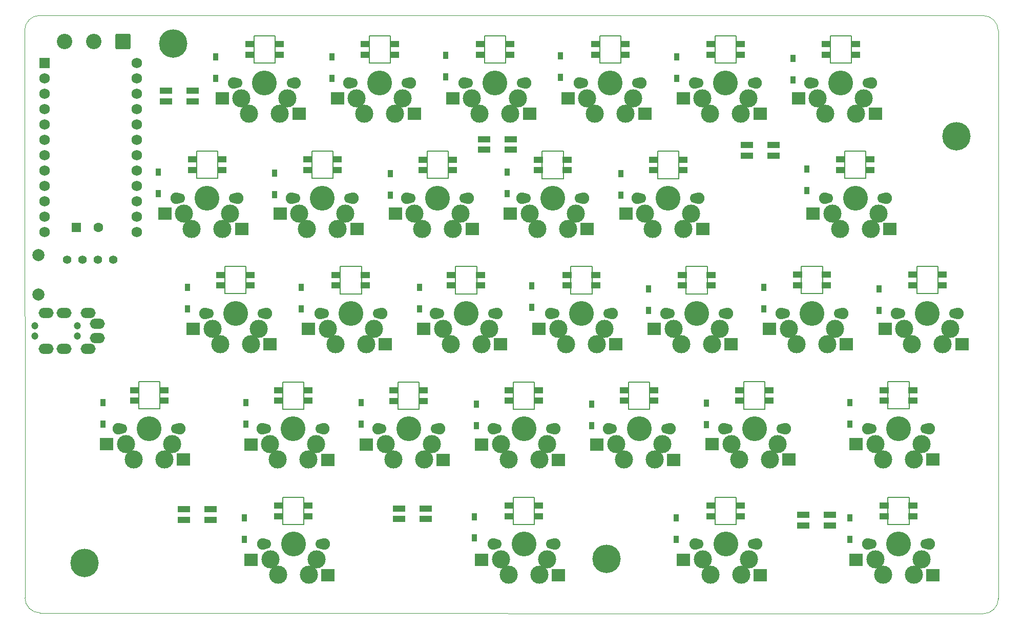
<source format=gts>
G04 #@! TF.GenerationSoftware,KiCad,Pcbnew,(6.0.7)*
G04 #@! TF.CreationDate,2022-08-10T15:40:34+00:00*
G04 #@! TF.ProjectId,zzsplit-right,7a7a7370-6c69-4742-9d72-696768742e6b,rev?*
G04 #@! TF.SameCoordinates,Original*
G04 #@! TF.FileFunction,Soldermask,Top*
G04 #@! TF.FilePolarity,Negative*
%FSLAX46Y46*%
G04 Gerber Fmt 4.6, Leading zero omitted, Abs format (unit mm)*
G04 Created by KiCad (PCBNEW (6.0.7)) date 2022-08-10 15:40:34*
%MOMM*%
%LPD*%
G01*
G04 APERTURE LIST*
G04 Aperture macros list*
%AMRoundRect*
0 Rectangle with rounded corners*
0 $1 Rounding radius*
0 $2 $3 $4 $5 $6 $7 $8 $9 X,Y pos of 4 corners*
0 Add a 4 corners polygon primitive as box body*
4,1,4,$2,$3,$4,$5,$6,$7,$8,$9,$2,$3,0*
0 Add four circle primitives for the rounded corners*
1,1,$1+$1,$2,$3*
1,1,$1+$1,$4,$5*
1,1,$1+$1,$6,$7*
1,1,$1+$1,$8,$9*
0 Add four rect primitives between the rounded corners*
20,1,$1+$1,$2,$3,$4,$5,0*
20,1,$1+$1,$4,$5,$6,$7,0*
20,1,$1+$1,$6,$7,$8,$9,0*
20,1,$1+$1,$8,$9,$2,$3,0*%
G04 Aperture macros list end*
G04 #@! TA.AperFunction,Profile*
%ADD10C,0.150000*%
G04 #@! TD*
G04 #@! TA.AperFunction,Profile*
%ADD11C,0.100000*%
G04 #@! TD*
%ADD12C,3.000000*%
%ADD13C,1.700000*%
%ADD14C,1.900000*%
%ADD15C,4.100000*%
%ADD16R,1.600000X1.000000*%
%ADD17R,2.300000X2.000000*%
%ADD18R,0.950000X1.300000*%
%ADD19R,2.000000X1.000000*%
%ADD20C,4.700000*%
%ADD21RoundRect,0.250000X-0.550000X-0.550000X0.550000X-0.550000X0.550000X0.550000X-0.550000X0.550000X0*%
%ADD22C,1.600000*%
%ADD23C,2.000000*%
%ADD24C,1.200000*%
%ADD25O,2.500000X1.700000*%
%ADD26C,1.397000*%
%ADD27R,1.752600X1.752600*%
%ADD28C,1.752600*%
%ADD29RoundRect,0.249999X1.025001X1.025001X-1.025001X1.025001X-1.025001X-1.025001X1.025001X-1.025001X0*%
%ADD30C,2.550000*%
G04 APERTURE END LIST*
D10*
X130560000Y-126630000D02*
X134060000Y-126630000D01*
X134060000Y-112070000D02*
X130560000Y-112070000D01*
X168670000Y-126640000D02*
X172170000Y-126640000D01*
D11*
X87924000Y-49490000D02*
X87964000Y-143250000D01*
D10*
X129320000Y-50370000D02*
X129320000Y-54870000D01*
X205540000Y-126630000D02*
X205540000Y-131130000D01*
D11*
X246333920Y-145889980D02*
X90464000Y-145750000D01*
D10*
X173460000Y-69460000D02*
X176960000Y-69460000D01*
X119820000Y-73940000D02*
X116320000Y-73940000D01*
X210290000Y-112060000D02*
X206790000Y-112060000D01*
X167410000Y-54890000D02*
X163910000Y-54890000D01*
X172170000Y-112070000D02*
X168670000Y-112070000D01*
X192520000Y-73960000D02*
X192520000Y-69460000D01*
X106750000Y-112050000D02*
X106750000Y-107550000D01*
X172170000Y-131140000D02*
X168670000Y-131140000D01*
X205520000Y-50390000D02*
X205520000Y-54890000D01*
X168670000Y-107570000D02*
X172170000Y-107570000D01*
X172170000Y-126640000D02*
X172170000Y-131140000D01*
X196020000Y-73960000D02*
X192520000Y-73960000D01*
X181690000Y-88510000D02*
X181690000Y-93010000D01*
X153130000Y-107580000D02*
X153130000Y-112080000D01*
X202020000Y-54890000D02*
X202020000Y-50390000D01*
X124520000Y-93000000D02*
X121020000Y-93000000D01*
X178190000Y-93010000D02*
X178190000Y-88510000D01*
D11*
X90424000Y-46990000D02*
G75*
G03*
X87924000Y-49490000I0J-2500000D01*
G01*
D10*
X219800000Y-92990000D02*
X216300000Y-92990000D01*
X202020000Y-50390000D02*
X205520000Y-50390000D01*
X134060000Y-107570000D02*
X134060000Y-112070000D01*
X130560000Y-107570000D02*
X134060000Y-107570000D01*
X149630000Y-107580000D02*
X153130000Y-107580000D01*
X226950000Y-73910000D02*
X223450000Y-73910000D01*
D11*
X246333920Y-145889980D02*
G75*
G03*
X248854000Y-143380000I10080J2509980D01*
G01*
D10*
X202040000Y-131130000D02*
X202040000Y-126630000D01*
X234110000Y-126630000D02*
X234110000Y-131130000D01*
X221060000Y-50370000D02*
X224560000Y-50370000D01*
X235370000Y-92980000D02*
X235370000Y-88480000D01*
X143580000Y-93010000D02*
X140080000Y-93010000D01*
D11*
X248824019Y-49520000D02*
X248854000Y-143380000D01*
D10*
X138870000Y-69440000D02*
X138870000Y-73940000D01*
X238870000Y-88480000D02*
X238870000Y-92980000D01*
X202040000Y-126630000D02*
X205540000Y-126630000D01*
X138870000Y-73940000D02*
X135370000Y-73940000D01*
X124520000Y-88500000D02*
X124520000Y-93000000D01*
X230610000Y-126630000D02*
X234110000Y-126630000D01*
X129320000Y-54870000D02*
X125820000Y-54870000D01*
X197240000Y-88510000D02*
X200740000Y-88510000D01*
X238870000Y-92980000D02*
X235370000Y-92980000D01*
X230600000Y-107550000D02*
X234100000Y-107550000D01*
X162630000Y-93010000D02*
X159130000Y-93010000D01*
X182960000Y-54890000D02*
X182960000Y-50390000D01*
X187730000Y-112070000D02*
X187730000Y-107570000D01*
X192520000Y-69460000D02*
X196020000Y-69460000D01*
X157920000Y-73950000D02*
X154420000Y-73950000D01*
X140080000Y-88510000D02*
X143580000Y-88510000D01*
X224560000Y-54870000D02*
X221060000Y-54870000D01*
X186460000Y-54890000D02*
X182960000Y-54890000D01*
X178190000Y-88510000D02*
X181690000Y-88510000D01*
X216300000Y-92990000D02*
X216300000Y-88490000D01*
X163910000Y-50390000D02*
X167410000Y-50390000D01*
X230610000Y-131130000D02*
X230610000Y-126630000D01*
X154420000Y-69450000D02*
X157920000Y-69450000D01*
X168670000Y-131140000D02*
X168670000Y-126640000D01*
X210290000Y-107560000D02*
X210290000Y-112060000D01*
X140080000Y-93010000D02*
X140080000Y-88510000D01*
X121020000Y-93000000D02*
X121020000Y-88500000D01*
X172170000Y-107570000D02*
X172170000Y-112070000D01*
X167410000Y-50390000D02*
X167410000Y-54890000D01*
X168670000Y-112070000D02*
X168670000Y-107570000D01*
X134060000Y-131130000D02*
X130560000Y-131130000D01*
X121020000Y-88500000D02*
X124520000Y-88500000D01*
X159130000Y-93010000D02*
X159130000Y-88510000D01*
X119820000Y-69440000D02*
X119820000Y-73940000D01*
X159130000Y-88510000D02*
X162630000Y-88510000D01*
X234110000Y-131130000D02*
X230610000Y-131130000D01*
X143580000Y-88510000D02*
X143580000Y-93010000D01*
X219800000Y-88490000D02*
X219800000Y-92990000D01*
X191230000Y-107570000D02*
X191230000Y-112070000D01*
X116320000Y-73940000D02*
X116320000Y-69440000D01*
X110250000Y-112050000D02*
X106750000Y-112050000D01*
X144860000Y-50390000D02*
X148360000Y-50390000D01*
X224560000Y-50370000D02*
X224560000Y-54870000D01*
X176960000Y-73960000D02*
X173460000Y-73960000D01*
X197240000Y-93010000D02*
X197240000Y-88510000D01*
D11*
X87964000Y-143250000D02*
G75*
G03*
X90464000Y-145750000I2500000J0D01*
G01*
D10*
X148360000Y-50390000D02*
X148360000Y-54890000D01*
X226950000Y-69410000D02*
X226950000Y-73910000D01*
X130560000Y-112070000D02*
X130560000Y-107570000D01*
X223450000Y-73910000D02*
X223450000Y-69410000D01*
X106750000Y-107550000D02*
X110250000Y-107550000D01*
X135370000Y-73940000D02*
X135370000Y-69440000D01*
X176960000Y-69460000D02*
X176960000Y-73960000D01*
X205540000Y-131130000D02*
X202040000Y-131130000D01*
X116320000Y-69440000D02*
X119820000Y-69440000D01*
X200740000Y-88510000D02*
X200740000Y-93010000D01*
X196020000Y-69460000D02*
X196020000Y-73960000D01*
X206790000Y-112060000D02*
X206790000Y-107560000D01*
X234100000Y-112050000D02*
X230600000Y-112050000D01*
X181690000Y-93010000D02*
X178190000Y-93010000D01*
X191230000Y-112070000D02*
X187730000Y-112070000D01*
X187730000Y-107570000D02*
X191230000Y-107570000D01*
X200740000Y-93010000D02*
X197240000Y-93010000D01*
X235370000Y-88480000D02*
X238870000Y-88480000D01*
X148360000Y-54890000D02*
X144860000Y-54890000D01*
X134060000Y-126630000D02*
X134060000Y-131130000D01*
X153130000Y-112080000D02*
X149630000Y-112080000D01*
X154420000Y-73950000D02*
X154420000Y-69450000D01*
X162630000Y-88510000D02*
X162630000Y-93010000D01*
X221060000Y-54870000D02*
X221060000Y-50370000D01*
X186460000Y-50390000D02*
X186460000Y-54890000D01*
X110250000Y-107550000D02*
X110250000Y-112050000D01*
X206790000Y-107560000D02*
X210290000Y-107560000D01*
X135370000Y-69440000D02*
X138870000Y-69440000D01*
X163910000Y-54890000D02*
X163910000Y-50390000D01*
X125820000Y-50370000D02*
X129320000Y-50370000D01*
X149630000Y-112080000D02*
X149630000Y-107580000D01*
X157920000Y-69450000D02*
X157920000Y-73950000D01*
D11*
X248824019Y-49520000D02*
G75*
G03*
X246334000Y-47020001I-2500019J0D01*
G01*
D10*
X234100000Y-107550000D02*
X234100000Y-112050000D01*
X230600000Y-112050000D02*
X230600000Y-107550000D01*
X173460000Y-73960000D02*
X173460000Y-69460000D01*
X144860000Y-54890000D02*
X144860000Y-50390000D01*
X130560000Y-131130000D02*
X130560000Y-126630000D01*
X223450000Y-69410000D02*
X226950000Y-69410000D01*
X182960000Y-50390000D02*
X186460000Y-50390000D01*
D11*
X90424000Y-46990000D02*
X246334000Y-47020001D01*
D10*
X125820000Y-54870000D02*
X125820000Y-50370000D01*
X205520000Y-54890000D02*
X202020000Y-54890000D01*
X216300000Y-88490000D02*
X219800000Y-88490000D01*
D12*
X188520000Y-60680000D03*
D13*
X180210000Y-58140000D03*
D14*
X189790000Y-58140000D03*
D13*
X189210000Y-58140000D03*
D12*
X182170000Y-63220000D03*
X187250000Y-63220000D03*
X180900000Y-60680001D03*
D14*
X179630000Y-58140000D03*
D15*
X184710000Y-58140000D03*
D16*
X187110000Y-51765000D03*
X187110000Y-53515000D03*
X182310000Y-53515000D03*
X182310000Y-51765000D03*
D17*
X177710000Y-60720000D03*
X190410000Y-63260000D03*
D13*
X161160000Y-58140000D03*
D12*
X161850000Y-60680001D03*
D13*
X170160000Y-58140000D03*
D14*
X160580000Y-58140000D03*
D12*
X169470000Y-60680000D03*
D14*
X170740000Y-58140000D03*
D15*
X165660000Y-58140000D03*
D12*
X168200000Y-63220000D03*
X163120000Y-63220000D03*
D16*
X168060000Y-51765000D03*
X168060000Y-53515000D03*
X163260000Y-53515000D03*
X163260000Y-51765000D03*
D17*
X158660000Y-60720000D03*
X171360000Y-63260000D03*
D14*
X189190000Y-77210000D03*
D12*
X190460000Y-79750001D03*
D15*
X194270000Y-77210000D03*
D13*
X198770000Y-77210000D03*
D12*
X198080000Y-79750000D03*
D13*
X189770000Y-77210000D03*
D12*
X191730000Y-82290000D03*
X196810000Y-82290000D03*
D14*
X199350000Y-77210000D03*
D16*
X196670000Y-70835000D03*
X196670000Y-72585000D03*
X191870000Y-72585000D03*
X191870000Y-70835000D03*
D17*
X187270000Y-79790000D03*
X199970000Y-82330000D03*
D18*
X176500000Y-57235000D03*
X176500000Y-53685000D03*
X217170000Y-75943000D03*
X217170000Y-72393000D03*
D14*
X123150000Y-77190000D03*
D12*
X120610000Y-82270000D03*
D13*
X113570000Y-77190000D03*
D15*
X118070000Y-77190000D03*
D12*
X121880000Y-79730000D03*
D14*
X112990000Y-77190000D03*
D13*
X122570000Y-77190000D03*
D12*
X115530000Y-82270000D03*
X114260000Y-79730001D03*
D16*
X120470000Y-70815000D03*
X120470000Y-72565000D03*
X115670000Y-72565000D03*
X115670000Y-70815000D03*
D17*
X111070000Y-79770000D03*
X123770000Y-82310000D03*
D18*
X100838000Y-114551000D03*
X100838000Y-111001000D03*
D19*
X163830000Y-67435000D03*
X163830000Y-69185000D03*
X168230000Y-69185000D03*
X168230000Y-67435000D03*
D18*
X167640000Y-76451000D03*
X167640000Y-72901000D03*
X124206000Y-133601000D03*
X124206000Y-130051000D03*
X129210000Y-76630000D03*
X129210000Y-73080000D03*
D12*
X166610000Y-117860001D03*
D14*
X175500000Y-115320000D03*
D12*
X167880000Y-120400000D03*
D15*
X170420000Y-115320000D03*
D14*
X165340000Y-115320000D03*
D12*
X172960000Y-120400000D03*
D13*
X174920000Y-115320000D03*
D12*
X174230000Y-117860000D03*
D13*
X165920000Y-115320000D03*
D16*
X172820000Y-108945000D03*
X172820000Y-110695000D03*
X168020000Y-110695000D03*
X168020000Y-108945000D03*
D17*
X163420000Y-117900000D03*
X176120000Y-120440000D03*
D12*
X240930000Y-98770000D03*
D15*
X237120000Y-96230000D03*
D13*
X241620000Y-96230000D03*
D12*
X234580000Y-101310000D03*
X239660000Y-101310000D03*
D14*
X232040000Y-96230000D03*
X242200000Y-96230000D03*
D13*
X232620000Y-96230000D03*
D12*
X233310000Y-98770001D03*
D16*
X239520000Y-89855000D03*
X239520000Y-91605000D03*
X234720000Y-91605000D03*
X234720000Y-89855000D03*
D17*
X230120000Y-98810000D03*
X242820000Y-101350000D03*
D14*
X208870000Y-134380000D03*
D12*
X201250000Y-139460000D03*
D13*
X199290000Y-134380000D03*
D12*
X199980000Y-136920001D03*
X206330000Y-139460000D03*
D13*
X208290000Y-134380000D03*
D14*
X198710000Y-134380000D03*
D12*
X207600000Y-136920000D03*
D15*
X203790000Y-134380000D03*
D16*
X206190000Y-128005000D03*
X206190000Y-129755000D03*
X201390000Y-129755000D03*
X201390000Y-128005000D03*
D17*
X196790000Y-136960000D03*
X209490000Y-139500000D03*
D12*
X139660000Y-82270000D03*
X140930000Y-79730000D03*
X134580000Y-82270000D03*
X133310000Y-79730001D03*
D15*
X137120000Y-77190000D03*
D13*
X141620000Y-77190000D03*
D14*
X142200000Y-77190000D03*
X132040000Y-77190000D03*
D13*
X132620000Y-77190000D03*
D16*
X139520000Y-70815000D03*
X139520000Y-72565000D03*
X134720000Y-72565000D03*
X134720000Y-70815000D03*
D17*
X130120000Y-79770000D03*
X142820000Y-82310000D03*
D19*
X111300000Y-59465000D03*
X111300000Y-61215000D03*
X115700000Y-61215000D03*
X115700000Y-59465000D03*
D20*
X97780000Y-137480000D03*
D14*
X212970000Y-96240000D03*
D15*
X218050000Y-96240000D03*
D12*
X214240000Y-98780001D03*
X215510000Y-101320000D03*
X221860000Y-98780000D03*
D14*
X223130000Y-96240000D03*
D13*
X222550000Y-96240000D03*
X213550000Y-96240000D03*
D12*
X220590000Y-101320000D03*
D16*
X220450000Y-89865000D03*
X220450000Y-91615000D03*
X215650000Y-91615000D03*
X215650000Y-89865000D03*
D17*
X211050000Y-98820000D03*
X223750000Y-101360000D03*
D21*
X96476000Y-82042000D03*
D22*
X100076000Y-82042000D03*
D14*
X165960000Y-96260000D03*
D12*
X158340000Y-101340000D03*
X164690000Y-98800000D03*
D13*
X165380000Y-96260000D03*
D12*
X163420000Y-101340000D03*
X157070000Y-98800001D03*
D13*
X156380000Y-96260000D03*
D14*
X155800000Y-96260000D03*
D15*
X160880000Y-96260000D03*
D16*
X163280000Y-89885000D03*
X163280000Y-91635000D03*
X158480000Y-91635000D03*
X158480000Y-89885000D03*
D17*
X153880000Y-98840000D03*
X166580000Y-101380000D03*
D18*
X138684000Y-57401000D03*
X138684000Y-53851000D03*
D20*
X112460000Y-51670000D03*
D14*
X122490000Y-58130000D03*
X132650000Y-58130000D03*
D12*
X123760000Y-60670001D03*
X130110000Y-63210000D03*
X131380000Y-60670000D03*
D13*
X132070000Y-58130000D03*
D12*
X125030000Y-63210000D03*
D13*
X123070000Y-58130000D03*
D15*
X127570000Y-58130000D03*
D16*
X129970000Y-51755000D03*
X129970000Y-53505000D03*
X125170000Y-53505000D03*
X125170000Y-51755000D03*
D17*
X120570000Y-60710000D03*
X133270000Y-63250000D03*
D18*
X157480000Y-57147000D03*
X157480000Y-53597000D03*
D14*
X165340000Y-134390000D03*
D15*
X170420000Y-134390000D03*
D12*
X166610000Y-136930001D03*
X174230000Y-136930000D03*
D14*
X175500000Y-134390000D03*
D12*
X172960000Y-139470000D03*
X167880000Y-139470000D03*
D13*
X165920000Y-134390000D03*
X174920000Y-134390000D03*
D16*
X172820000Y-128015000D03*
X172820000Y-129765000D03*
X168020000Y-129765000D03*
X168020000Y-128015000D03*
D17*
X163420000Y-136970000D03*
X176120000Y-139510000D03*
D18*
X114808000Y-95501000D03*
X114808000Y-91951000D03*
D23*
X90170000Y-93120000D03*
X90170000Y-86620000D03*
D18*
X214884000Y-57655000D03*
X214884000Y-54105000D03*
D12*
X150420000Y-60680000D03*
D15*
X146610000Y-58140000D03*
D12*
X144070000Y-63220000D03*
D14*
X151690000Y-58140000D03*
D13*
X151110000Y-58140000D03*
X142110000Y-58140000D03*
D12*
X149150000Y-63220000D03*
D14*
X141530000Y-58140000D03*
D12*
X142800000Y-60680001D03*
D16*
X149010000Y-51765000D03*
X149010000Y-53515000D03*
X144210000Y-53515000D03*
X144210000Y-51765000D03*
D17*
X139610000Y-60720000D03*
X152310000Y-63260000D03*
D15*
X122770000Y-96250000D03*
D14*
X117690000Y-96250000D03*
D12*
X125310000Y-101330000D03*
X126580000Y-98790000D03*
D13*
X127270000Y-96250000D03*
D12*
X120230000Y-101330000D03*
D14*
X127850000Y-96250000D03*
D12*
X118960000Y-98790001D03*
D13*
X118270000Y-96250000D03*
D16*
X125170000Y-89875000D03*
X125170000Y-91625000D03*
X120370000Y-91625000D03*
X120370000Y-89875000D03*
D17*
X115770000Y-98830000D03*
X128470000Y-101370000D03*
D14*
X137400000Y-134390000D03*
D15*
X132320000Y-134390000D03*
D13*
X136820000Y-134390000D03*
D12*
X134860000Y-139470000D03*
X128510000Y-136930001D03*
X136130000Y-136930000D03*
X129780000Y-139470000D03*
D14*
X127240000Y-134390000D03*
D13*
X127820000Y-134390000D03*
D16*
X134720000Y-128015000D03*
X134720000Y-129765000D03*
X129920000Y-129765000D03*
X129920000Y-128015000D03*
D17*
X125320000Y-136970000D03*
X138020000Y-139510000D03*
D18*
X224282000Y-133601000D03*
X224282000Y-130051000D03*
D12*
X228550000Y-136920001D03*
D13*
X227860000Y-134380000D03*
D12*
X236170000Y-136920000D03*
X234900000Y-139460000D03*
D14*
X227280000Y-134380000D03*
D13*
X236860000Y-134380000D03*
D12*
X229820000Y-139460000D03*
D14*
X237440000Y-134380000D03*
D15*
X232360000Y-134380000D03*
D16*
X234760000Y-128005000D03*
X234760000Y-129755000D03*
X229960000Y-129755000D03*
X229960000Y-128005000D03*
D17*
X225360000Y-136960000D03*
X238060000Y-139500000D03*
D12*
X195180000Y-98800001D03*
D13*
X194490000Y-96260000D03*
D15*
X198990000Y-96260000D03*
D14*
X193910000Y-96260000D03*
X204070000Y-96260000D03*
D12*
X201530000Y-101340000D03*
X196450000Y-101340000D03*
X202800000Y-98800000D03*
D13*
X203490000Y-96260000D03*
D16*
X201390000Y-89885000D03*
X201390000Y-91635000D03*
X196590000Y-91635000D03*
X196590000Y-89885000D03*
D17*
X191990000Y-98840000D03*
X204690000Y-101380000D03*
D13*
X113000000Y-115300000D03*
D14*
X103420000Y-115300000D03*
D12*
X112310000Y-117840000D03*
D15*
X108500000Y-115300000D03*
D12*
X111040000Y-120380000D03*
X104690000Y-117840001D03*
D14*
X113580000Y-115300000D03*
D12*
X105960000Y-120380000D03*
D13*
X104000000Y-115300000D03*
D16*
X110900000Y-108925000D03*
X110900000Y-110675000D03*
X106100000Y-110675000D03*
X106100000Y-108925000D03*
D17*
X101500000Y-117880000D03*
X114200000Y-120420000D03*
D18*
X119530000Y-57415000D03*
X119530000Y-53865000D03*
X186436000Y-76705000D03*
X186436000Y-73155000D03*
D24*
X89630000Y-100015000D03*
X96630000Y-100015000D03*
X89630000Y-98265000D03*
X96630000Y-98265000D03*
D25*
X98430000Y-96165000D03*
X98430000Y-102115000D03*
X94430000Y-96165000D03*
X94430000Y-102115000D03*
X91430000Y-102115000D03*
X91430000Y-96165000D03*
X99930000Y-100365000D03*
X99930000Y-97915000D03*
D14*
X127230000Y-115320000D03*
D12*
X128500000Y-117860001D03*
D13*
X136810000Y-115320000D03*
D14*
X137390000Y-115320000D03*
D12*
X136120000Y-117860000D03*
D15*
X132310000Y-115320000D03*
D12*
X129770000Y-120400000D03*
X134850000Y-120400000D03*
D13*
X127810000Y-115320000D03*
D16*
X134710000Y-108945000D03*
X134710000Y-110695000D03*
X129910000Y-110695000D03*
X129910000Y-108945000D03*
D17*
X125310000Y-117900000D03*
X138010000Y-120440000D03*
D18*
X210058000Y-95501000D03*
X210058000Y-91951000D03*
D12*
X155190000Y-117870000D03*
X153920000Y-120410000D03*
D13*
X155880000Y-115330000D03*
D15*
X151380000Y-115330000D03*
D12*
X148840000Y-120410000D03*
D14*
X146300000Y-115330000D03*
D12*
X147570000Y-117870001D03*
D14*
X156460000Y-115330000D03*
D13*
X146880000Y-115330000D03*
D16*
X153780000Y-108955000D03*
X153780000Y-110705000D03*
X148980000Y-110705000D03*
X148980000Y-108955000D03*
D17*
X144380000Y-117910000D03*
X157080000Y-120450000D03*
D15*
X208540000Y-115310000D03*
D14*
X213620000Y-115310000D03*
D13*
X213040000Y-115310000D03*
D12*
X212350000Y-117850000D03*
D14*
X203460000Y-115310000D03*
D12*
X211080000Y-120390000D03*
D13*
X204040000Y-115310000D03*
D12*
X204730000Y-117850001D03*
X206000000Y-120390000D03*
D16*
X210940000Y-108935000D03*
X210940000Y-110685000D03*
X206140000Y-110685000D03*
X206140000Y-108935000D03*
D17*
X201540000Y-117890000D03*
X214240000Y-120430000D03*
D12*
X221390000Y-79710001D03*
D13*
X229700000Y-77170000D03*
D14*
X220120000Y-77170000D03*
D12*
X229010000Y-79710000D03*
X222660000Y-82250000D03*
X227740000Y-82250000D03*
D13*
X220700000Y-77170000D03*
D15*
X225200000Y-77170000D03*
D14*
X230280000Y-77170000D03*
D16*
X227600000Y-70795000D03*
X227600000Y-72545000D03*
X222800000Y-72545000D03*
X222800000Y-70795000D03*
D17*
X218200000Y-79750000D03*
X230900000Y-82290000D03*
D19*
X114260000Y-128625000D03*
X114260000Y-130375000D03*
X118660000Y-130375000D03*
X118660000Y-128625000D03*
D18*
X153162000Y-95501000D03*
X153162000Y-91951000D03*
X109982000Y-76451000D03*
X109982000Y-72901000D03*
D13*
X227310000Y-58130000D03*
D12*
X226620000Y-60670000D03*
X220270000Y-63210000D03*
D15*
X222810000Y-58130000D03*
D14*
X227890000Y-58130000D03*
X217730000Y-58130000D03*
D12*
X225350000Y-63210000D03*
X219000000Y-60670001D03*
D13*
X218310000Y-58130000D03*
D16*
X225210000Y-51755000D03*
X225210000Y-53505000D03*
X220410000Y-53505000D03*
X220410000Y-51755000D03*
D17*
X215810000Y-60710000D03*
X228510000Y-63250000D03*
D18*
X195580000Y-133601000D03*
X195580000Y-130051000D03*
D26*
X94930000Y-87390000D03*
X97470000Y-87390000D03*
X100010000Y-87390000D03*
X102550000Y-87390000D03*
D18*
X229108000Y-95755000D03*
X229108000Y-92205000D03*
X181610000Y-114805000D03*
X181610000Y-111255000D03*
X191008000Y-95755000D03*
X191008000Y-92205000D03*
D20*
X184120000Y-136850000D03*
D14*
X208850000Y-58140000D03*
D12*
X206310000Y-63220000D03*
D13*
X199270000Y-58140000D03*
X208270000Y-58140000D03*
D12*
X199960000Y-60680001D03*
X201230000Y-63220000D03*
D15*
X203770000Y-58140000D03*
D12*
X207580000Y-60680000D03*
D14*
X198690000Y-58140000D03*
D16*
X206170000Y-51765000D03*
X206170000Y-53515000D03*
X201370000Y-53515000D03*
X201370000Y-51765000D03*
D17*
X196770000Y-60720000D03*
X209470000Y-63260000D03*
D14*
X180290000Y-77210000D03*
D12*
X171400000Y-79750001D03*
X172670000Y-82290000D03*
D13*
X170710000Y-77210000D03*
D15*
X175210000Y-77210000D03*
D13*
X179710000Y-77210000D03*
D14*
X170130000Y-77210000D03*
D12*
X177750000Y-82290000D03*
X179020000Y-79750000D03*
D16*
X177610000Y-70835000D03*
X177610000Y-72585000D03*
X172810000Y-72585000D03*
X172810000Y-70835000D03*
D17*
X168210000Y-79790000D03*
X180910000Y-82330000D03*
D19*
X149820000Y-128495000D03*
X149820000Y-130245000D03*
X154220000Y-130245000D03*
X154220000Y-128495000D03*
D18*
X195720000Y-57375000D03*
X195720000Y-53825000D03*
X162560000Y-114805000D03*
X162560000Y-111255000D03*
X171710000Y-95245000D03*
X171710000Y-91695000D03*
D27*
X91186000Y-54864000D03*
D28*
X91186000Y-57404000D03*
X91186000Y-59944000D03*
X91186000Y-62484000D03*
X91186000Y-65024000D03*
X91186000Y-67564000D03*
X91186000Y-70104000D03*
X91186000Y-72644000D03*
X91186000Y-75184000D03*
X91186000Y-77724000D03*
X91186000Y-80264000D03*
X91186000Y-82804000D03*
X106426000Y-82804000D03*
X106426000Y-80264000D03*
X106426000Y-77724000D03*
X106426000Y-75184000D03*
X106426000Y-72644000D03*
X106426000Y-70104000D03*
X106426000Y-67564000D03*
X106426000Y-65024000D03*
X106426000Y-62484000D03*
X106426000Y-59944000D03*
X106426000Y-57404000D03*
X106426000Y-54864000D03*
D19*
X216602100Y-129555000D03*
X216602100Y-131305000D03*
X221002100Y-131305000D03*
X221002100Y-129555000D03*
D13*
X137330000Y-96260000D03*
D12*
X144370000Y-101340000D03*
D14*
X146910000Y-96260000D03*
D12*
X138020000Y-98800001D03*
D15*
X141830000Y-96260000D03*
D12*
X145640000Y-98800000D03*
D13*
X146330000Y-96260000D03*
D14*
X136750000Y-96260000D03*
D12*
X139290000Y-101340000D03*
D16*
X144230000Y-89885000D03*
X144230000Y-91635000D03*
X139430000Y-91635000D03*
X139430000Y-89885000D03*
D17*
X134830000Y-98840000D03*
X147530000Y-101380000D03*
D19*
X207322100Y-68395000D03*
X207322100Y-70145000D03*
X211722100Y-70145000D03*
X211722100Y-68395000D03*
D18*
X148340000Y-76695000D03*
X148340000Y-73145000D03*
D12*
X186940000Y-120400000D03*
D13*
X184980000Y-115320000D03*
D12*
X192020000Y-120400000D03*
D14*
X184400000Y-115320000D03*
X194560000Y-115320000D03*
D12*
X193290000Y-117860000D03*
X185670000Y-117860001D03*
D13*
X193980000Y-115320000D03*
D15*
X189480000Y-115320000D03*
D16*
X191880000Y-108945000D03*
X191880000Y-110695000D03*
X187080000Y-110695000D03*
X187080000Y-108945000D03*
D17*
X182480000Y-117900000D03*
X195180000Y-120440000D03*
D13*
X227850000Y-115300000D03*
X236850000Y-115300000D03*
D12*
X234890000Y-120380000D03*
D15*
X232350000Y-115300000D03*
D12*
X229810000Y-120380000D03*
D14*
X227270000Y-115300000D03*
X237430000Y-115300000D03*
D12*
X236160000Y-117840000D03*
X228540000Y-117840001D03*
D16*
X234750000Y-108925000D03*
X234750000Y-110675000D03*
X229950000Y-110675000D03*
X229950000Y-108925000D03*
D17*
X225350000Y-117880000D03*
X238050000Y-120420000D03*
D29*
X104140000Y-51308000D03*
D30*
X99340000Y-51308000D03*
X94540000Y-51308000D03*
D18*
X124460000Y-114551000D03*
X124460000Y-111001000D03*
X133604000Y-95504000D03*
X133604000Y-91954000D03*
X200630000Y-114595000D03*
X200630000Y-111045000D03*
D12*
X159980000Y-79740000D03*
D14*
X161250000Y-77200000D03*
D12*
X158710000Y-82280000D03*
X153630000Y-82280000D03*
D13*
X151670000Y-77200000D03*
X160670000Y-77200000D03*
D12*
X152360000Y-79740001D03*
D15*
X156170000Y-77200000D03*
D14*
X151090000Y-77200000D03*
D16*
X158570000Y-70825000D03*
X158570000Y-72575000D03*
X153770000Y-72575000D03*
X153770000Y-70825000D03*
D17*
X149170000Y-79780000D03*
X161870000Y-82320000D03*
D18*
X143510000Y-114551000D03*
X143510000Y-111001000D03*
X224282000Y-114551000D03*
X224282000Y-111001000D03*
X162210000Y-133385000D03*
X162210000Y-129835000D03*
D15*
X179940000Y-96260000D03*
D12*
X182480000Y-101340000D03*
D13*
X184440000Y-96260000D03*
D12*
X183750000Y-98800000D03*
D14*
X185020000Y-96260000D03*
D12*
X177400000Y-101340000D03*
D13*
X175440000Y-96260000D03*
D12*
X176130000Y-98800001D03*
D14*
X174860000Y-96260000D03*
D16*
X182340000Y-89885000D03*
X182340000Y-91635000D03*
X177540000Y-91635000D03*
X177540000Y-89885000D03*
D17*
X172940000Y-98840000D03*
X185640000Y-101380000D03*
D20*
X241960000Y-66950000D03*
M02*

</source>
